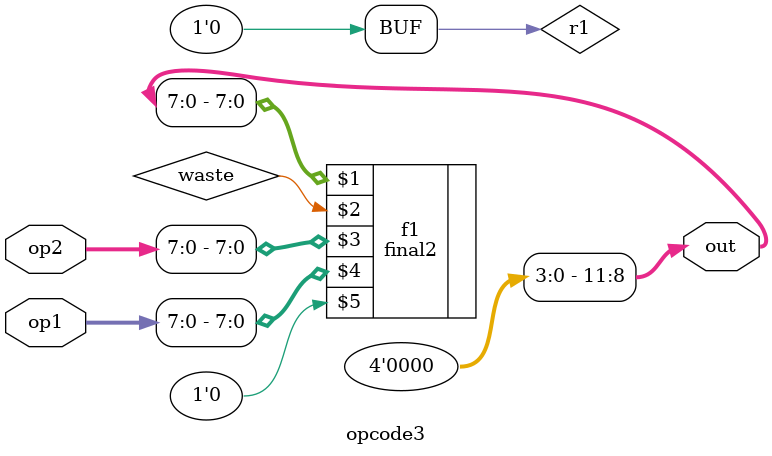
<source format=v>
`timescale 1ns/1ps
module opcode3(
     input wire[11:0] op1,
    input wire[11:0] op2,
    output wire[11:0] out
);
wire waste;
wire r1;
buf(r1,0);
final2 f1(out[7:0],waste,op2[7:0],op1[7:0],r1);
buf b1(out[11],0);
buf b2(out[10],0);
buf b3(out[9],0);
buf b4(out[8],0);

endmodule
</source>
